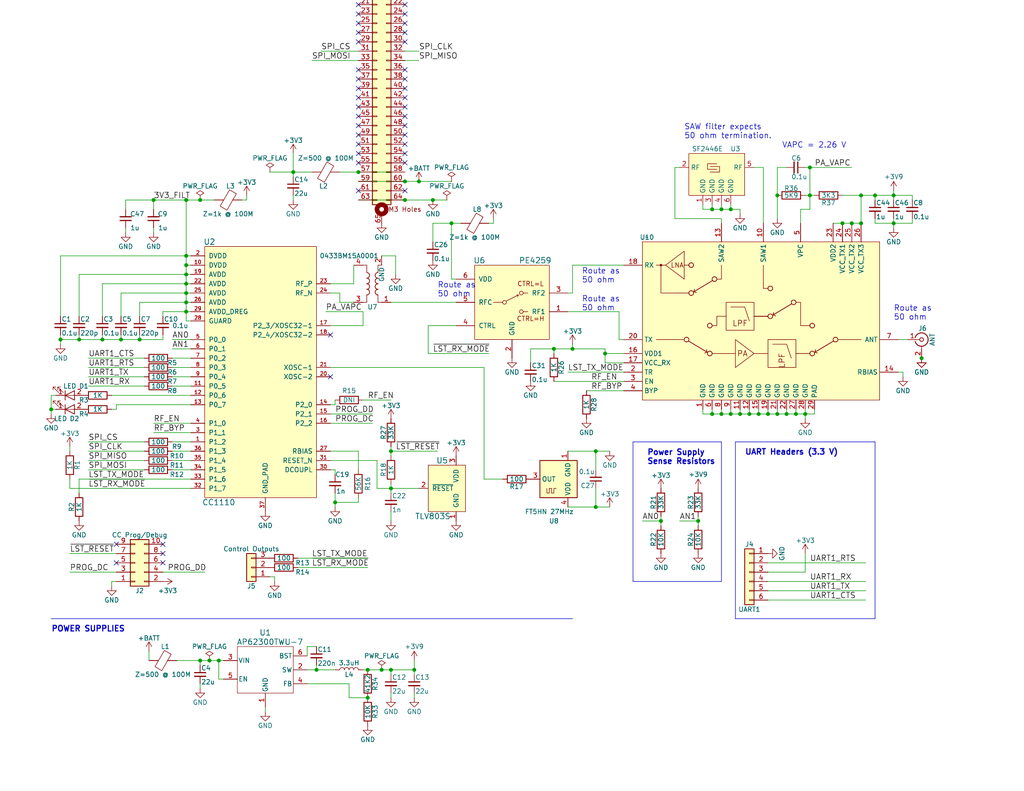
<source format=kicad_sch>
(kicad_sch (version 20230121) (generator eeschema)
  (paper "USLetter")
  (title_block (title "OpenLST Reference Design") (date "2018-08-02") (rev "2.1") (comment 1 "Drawn by Ryan Kingsbury") (comment 2 "License") (comment 3 "This work is licensed under a Creative Commons Attribution-ShareAlike 4.0 International") (comment 4 "Copyright 2018 Planet Labs Inc"))
  (junction (at 232.41 60.96))
  (junction (at 50.8 85.09))
  (junction (at 110.49 54.61))
  (junction (at 33.02 92.71))
  (junction (at 50.8 77.47))
  (junction (at 214.63 113.03))
  (junction (at 97.79 46.99))
  (junction (at 209.55 113.03))
  (junction (at 106.68 182.88))
  (junction (at 234.95 60.96))
  (junction (at 50.8 72.39))
  (junction (at 113.03 182.88))
  (junction (at 50.8 69.85))
  (junction (at 50.8 74.93))
  (junction (at 91.44 137.16))
  (junction (at 50.8 82.55))
  (junction (at 204.47 113.03))
  (junction (at 220.98 45.72))
  (junction (at 54.61 180.34))
  (junction (at 54.61 54.61))
  (junction (at 106.68 133.35))
  (junction (at 196.85 57.15))
  (junction (at 238.76 53.34))
  (junction (at 123.19 60.96))
  (junction (at 212.09 53.34))
  (junction (at 151.13 95.25))
  (junction (at 243.84 60.96))
  (junction (at 80.01 46.99))
  (junction (at 41.91 54.61))
  (junction (at 86.36 182.88))
  (junction (at 114.3 49.53))
  (junction (at 100.33 190.5))
  (junction (at 180.34 142.24))
  (junction (at 196.85 113.03))
  (junction (at 100.33 182.88))
  (junction (at 220.98 53.34))
  (junction (at 106.68 123.19))
  (junction (at 50.8 80.01))
  (junction (at 165.1 96.52))
  (junction (at 50.8 54.61))
  (junction (at 201.93 113.03))
  (junction (at 234.95 53.34))
  (junction (at 212.09 113.03))
  (junction (at 38.1 92.71))
  (junction (at 59.69 180.34))
  (junction (at 194.31 57.15))
  (junction (at 162.56 123.19))
  (junction (at 162.56 138.43))
  (junction (at 199.39 113.03))
  (junction (at 190.5 142.24))
  (junction (at 57.15 180.34))
  (junction (at 118.11 54.61))
  (junction (at 16.51 92.71))
  (junction (at 219.71 113.03))
  (junction (at 27.94 92.71))
  (junction (at 104.14 182.88))
  (junction (at 243.84 53.34))
  (junction (at 194.31 113.03))
  (junction (at 13.97 111.76))
  (junction (at 251.46 97.79))
  (junction (at 21.59 92.71))
  (junction (at 110.49 49.53))
  (junction (at 217.17 113.03))
  (junction (at 207.01 113.03))
  (junction (at 229.87 60.96))
  (junction (at 156.21 95.25))
  (junction (at 199.39 57.15))
  (no_connect (at 110.49 -21.59))
  (no_connect (at 97.79 -1.27))
  (no_connect (at 110.49 -1.27))
  (no_connect (at 97.79 -19.05))
  (no_connect (at 110.49 1.27))
  (no_connect (at 110.49 21.59))
  (no_connect (at 97.79 -24.13))
  (no_connect (at 97.79 11.43))
  (no_connect (at 110.49 3.81))
  (no_connect (at 97.79 26.67))
  (no_connect (at 97.79 -11.43))
  (no_connect (at 110.49 24.13))
  (no_connect (at 97.79 6.35))
  (no_connect (at 110.49 19.05))
  (no_connect (at 110.49 31.75))
  (no_connect (at 31.75 148.59))
  (no_connect (at 110.49 -13.97))
  (no_connect (at 97.79 39.37))
  (no_connect (at 110.49 44.45))
  (no_connect (at 97.79 -6.35))
  (no_connect (at 97.79 -13.97))
  (no_connect (at 97.79 29.21))
  (no_connect (at 90.17 91.44))
  (no_connect (at 97.79 36.83))
  (no_connect (at 110.49 41.91))
  (no_connect (at 44.45 153.67))
  (no_connect (at 44.45 151.13))
  (no_connect (at 97.79 41.91))
  (no_connect (at 97.79 34.29))
  (no_connect (at 97.79 8.89))
  (no_connect (at 110.49 26.67))
  (no_connect (at 97.79 52.07))
  (no_connect (at 110.49 -11.43))
  (no_connect (at 110.49 -6.35))
  (no_connect (at 97.79 -3.81))
  (no_connect (at 97.79 19.05))
  (no_connect (at 97.79 -16.51))
  (no_connect (at 110.49 -3.81))
  (no_connect (at 110.49 11.43))
  (no_connect (at 31.75 153.67))
  (no_connect (at 110.49 34.29))
  (no_connect (at 110.49 52.07))
  (no_connect (at 90.17 102.87))
  (no_connect (at 44.45 148.59))
  (no_connect (at 97.79 -21.59))
  (no_connect (at 97.79 44.45))
  (no_connect (at 110.49 6.35))
  (no_connect (at 110.49 29.21))
  (no_connect (at 110.49 -8.89))
  (no_connect (at 110.49 -16.51))
  (no_connect (at 97.79 -8.89))
  (no_connect (at 97.79 1.27))
  (no_connect (at 110.49 36.83))
  (no_connect (at 97.79 31.75))
  (no_connect (at 110.49 -24.13))
  (no_connect (at 97.79 3.81))
  (no_connect (at 97.79 24.13))
  (no_connect (at 110.49 -19.05))
  (no_connect (at 110.49 39.37))
  (no_connect (at 110.49 8.89))
  (no_connect (at 97.79 21.59))
  (wire (pts (xy 90.17 113.03) (xy 101.6 113.03)))
  (wire (pts (xy 110.49 16.51) (xy 114.3 16.51)))
  (wire (pts (xy 91.44 134.62) (xy 91.44 137.16)))
  (wire (pts (xy 220.98 53.34) (xy 222.25 53.34)))
  (polyline (pts (xy 200.66 120.65) (xy 200.66 168.91)))
  (wire (pts (xy 219.71 45.72) (xy 220.98 45.72)))
  (wire (pts (xy 104.14 182.88) (xy 106.68 182.88)))
  (wire (pts (xy 219.71 113.03) (xy 222.25 113.03)))
  (wire (pts (xy 162.56 123.19) (xy 162.56 128.27)))
  (wire (pts (xy 52.07 95.25) (xy 46.99 95.25)))
  (wire (pts (xy 39.37 128.27) (xy 24.13 128.27)))
  (wire (pts (xy 132.08 130.81) (xy 132.08 100.33)))
  (wire (pts (xy 196.85 59.69) (xy 196.85 60.96)))
  (wire (pts (xy 180.34 142.24) (xy 175.26 142.24)))
  (wire (pts (xy 39.37 125.73) (xy 24.13 125.73)))
  (wire (pts (xy 99.06 109.22) (xy 106.68 109.22)))
  (wire (pts (xy 99.06 88.9) (xy 99.06 85.09)))
  (wire (pts (xy 134.62 60.96) (xy 133.35 60.96)))
  (wire (pts (xy 31.75 151.13) (xy 19.05 151.13)))
  (wire (pts (xy 162.56 133.35) (xy 162.56 138.43)))
  (wire (pts (xy 107.95 74.93) (xy 107.95 69.85)))
  (wire (pts (xy 106.68 123.19) (xy 106.68 124.46)))
  (wire (pts (xy 54.61 180.34) (xy 57.15 180.34)))
  (wire (pts (xy 91.44 128.27) (xy 91.44 129.54)))
  (wire (pts (xy 199.39 57.15) (xy 201.93 57.15)))
  (wire (pts (xy 39.37 123.19) (xy 24.13 123.19)))
  (wire (pts (xy 15.24 107.95) (xy 13.97 107.95)))
  (wire (pts (xy 248.92 53.34) (xy 248.92 54.61)))
  (wire (pts (xy 34.29 54.61) (xy 41.91 54.61)))
  (wire (pts (xy 196.85 55.88) (xy 196.85 57.15)))
  (wire (pts (xy 238.76 60.96) (xy 243.84 60.96)))
  (wire (pts (xy 222.25 111.76) (xy 222.25 113.03)))
  (polyline (pts (xy 196.85 158.75) (xy 196.85 120.65)))
  (wire (pts (xy 81.28 154.94) (xy 100.33 154.94)))
  (wire (pts (xy 190.5 142.24) (xy 185.42 142.24)))
  (wire (pts (xy 123.19 60.96) (xy 123.19 76.2)))
  (wire (pts (xy 219.71 113.03) (xy 219.71 114.3)))
  (wire (pts (xy 238.76 59.69) (xy 238.76 60.96)))
  (wire (pts (xy 48.26 180.34) (xy 54.61 180.34)))
  (wire (pts (xy 113.03 190.5) (xy 113.03 189.23)))
  (wire (pts (xy 41.91 54.61) (xy 50.8 54.61)))
  (wire (pts (xy 243.84 53.34) (xy 243.84 54.61)))
  (wire (pts (xy 90.17 77.47) (xy 96.52 77.47)))
  (wire (pts (xy 80.01 46.99) (xy 85.09 46.99)))
  (wire (pts (xy 21.59 130.81) (xy 52.07 130.81)))
  (wire (pts (xy 154.94 80.01) (xy 156.21 80.01)))
  (wire (pts (xy 217.17 113.03) (xy 219.71 113.03)))
  (wire (pts (xy 217.17 111.76) (xy 217.17 113.03)))
  (wire (pts (xy 196.85 113.03) (xy 199.39 113.03)))
  (wire (pts (xy 87.63 13.97) (xy 97.79 13.97)))
  (wire (pts (xy 220.98 53.34) (xy 220.98 57.15)))
  (wire (pts (xy 194.31 57.15) (xy 194.31 55.88)))
  (polyline (pts (xy 200.66 168.91) (xy 238.76 168.91)))
  (wire (pts (xy 46.99 100.33) (xy 52.07 100.33)))
  (wire (pts (xy 46.99 120.65) (xy 52.07 120.65)))
  (wire (pts (xy 201.93 57.15) (xy 201.93 58.42)))
  (wire (pts (xy 168.91 85.09) (xy 168.91 92.71)))
  (wire (pts (xy 110.49 13.97) (xy 114.3 13.97)))
  (wire (pts (xy 86.36 181.61) (xy 86.36 182.88)))
  (wire (pts (xy 21.59 130.81) (xy 21.59 134.62)))
  (wire (pts (xy 90.17 125.73) (xy 102.87 125.73)))
  (wire (pts (xy 83.82 176.53) (xy 86.36 176.53)))
  (wire (pts (xy 40.64 177.8) (xy 40.64 180.34)))
  (wire (pts (xy 209.55 158.75) (xy 236.22 158.75)))
  (wire (pts (xy 207.01 111.76) (xy 207.01 113.03)))
  (wire (pts (xy 33.02 80.01) (xy 50.8 80.01)))
  (wire (pts (xy 41.91 62.23) (xy 41.91 63.5)))
  (wire (pts (xy 191.77 111.76) (xy 191.77 113.03)))
  (wire (pts (xy 46.99 125.73) (xy 52.07 125.73)))
  (wire (pts (xy 243.84 60.96) (xy 248.92 60.96)))
  (wire (pts (xy 106.68 133.35) (xy 106.68 134.62)))
  (wire (pts (xy 38.1 82.55) (xy 50.8 82.55)))
  (wire (pts (xy 99.06 182.88) (xy 100.33 182.88)))
  (wire (pts (xy 50.8 69.85) (xy 50.8 72.39)))
  (wire (pts (xy 154.94 123.19) (xy 162.56 123.19)))
  (wire (pts (xy 194.31 111.76) (xy 194.31 113.03)))
  (wire (pts (xy 13.97 111.76) (xy 13.97 113.03)))
  (wire (pts (xy 248.92 60.96) (xy 248.92 59.69)))
  (wire (pts (xy 16.51 69.85) (xy 50.8 69.85)))
  (wire (pts (xy 90.17 110.49) (xy 91.44 110.49)))
  (wire (pts (xy 232.41 60.96) (xy 234.95 60.96)))
  (polyline (pts (xy 196.85 120.65) (xy 172.72 120.65)))
  (wire (pts (xy 185.42 45.72) (xy 184.15 45.72)))
  (wire (pts (xy 52.07 118.11) (xy 41.91 118.11)))
  (wire (pts (xy 162.56 138.43) (xy 166.37 138.43)))
  (wire (pts (xy 50.8 74.93) (xy 50.8 77.47)))
  (wire (pts (xy 154.94 85.09) (xy 168.91 85.09)))
  (wire (pts (xy 46.99 102.87) (xy 52.07 102.87)))
  (wire (pts (xy 209.55 111.76) (xy 209.55 113.03)))
  (wire (pts (xy 243.84 59.69) (xy 243.84 60.96)))
  (wire (pts (xy 19.05 133.35) (xy 52.07 133.35)))
  (wire (pts (xy 162.56 123.19) (xy 166.37 123.19)))
  (wire (pts (xy 156.21 95.25) (xy 165.1 95.25)))
  (wire (pts (xy 97.79 123.19) (xy 97.79 128.27)))
  (wire (pts (xy 156.21 95.25) (xy 156.21 93.98)))
  (wire (pts (xy 50.8 85.09) (xy 50.8 87.63)))
  (wire (pts (xy 50.8 80.01) (xy 50.8 82.55)))
  (wire (pts (xy 46.99 123.19) (xy 52.07 123.19)))
  (wire (pts (xy 190.5 140.97) (xy 190.5 142.24)))
  (wire (pts (xy 95.25 190.5) (xy 100.33 190.5)))
  (wire (pts (xy 180.34 140.97) (xy 180.34 142.24)))
  (wire (pts (xy 80.01 41.91) (xy 80.01 46.99)))
  (wire (pts (xy 41.91 54.61) (xy 41.91 57.15)))
  (wire (pts (xy 15.24 111.76) (xy 13.97 111.76)))
  (wire (pts (xy 116.84 96.52) (xy 133.35 96.52)))
  (wire (pts (xy 54.61 181.61) (xy 54.61 180.34)))
  (wire (pts (xy 85.09 16.51) (xy 97.79 16.51)))
  (wire (pts (xy 100.33 182.88) (xy 104.14 182.88)))
  (wire (pts (xy 73.66 157.48) (xy 74.93 157.48)))
  (wire (pts (xy 39.37 120.65) (xy 24.13 120.65)))
  (polyline (pts (xy 238.76 168.91) (xy 238.76 120.65)))
  (wire (pts (xy 212.09 45.72) (xy 212.09 53.34)))
  (wire (pts (xy 124.46 88.9) (xy 116.84 88.9)))
  (wire (pts (xy 106.68 182.88) (xy 113.03 182.88)))
  (wire (pts (xy 199.39 55.88) (xy 199.39 57.15)))
  (wire (pts (xy 156.21 72.39) (xy 170.18 72.39)))
  (wire (pts (xy 123.19 76.2) (xy 124.46 76.2)))
  (wire (pts (xy 83.82 186.69) (xy 95.25 186.69)))
  (wire (pts (xy 243.84 60.96) (xy 243.84 62.23)))
  (wire (pts (xy 46.99 128.27) (xy 52.07 128.27)))
  (wire (pts (xy 180.34 142.24) (xy 180.34 143.51)))
  (wire (pts (xy 118.11 66.04) (xy 118.11 60.96)))
  (wire (pts (xy 209.55 113.03) (xy 212.09 113.03)))
  (wire (pts (xy 16.51 92.71) (xy 21.59 92.71)))
  (wire (pts (xy 50.8 72.39) (xy 52.07 72.39)))
  (wire (pts (xy 106.68 132.08) (xy 106.68 133.35)))
  (wire (pts (xy 60.96 185.42) (xy 59.69 185.42)))
  (wire (pts (xy 30.48 107.95) (xy 52.07 107.95)))
  (wire (pts (xy 96.52 77.47) (xy 96.52 72.39)))
  (wire (pts (xy 201.93 113.03) (xy 204.47 113.03)))
  (wire (pts (xy 191.77 113.03) (xy 194.31 113.03)))
  (wire (pts (xy 97.79 137.16) (xy 91.44 137.16)))
  (wire (pts (xy 52.07 115.57) (xy 41.91 115.57)))
  (wire (pts (xy 33.02 92.71) (xy 38.1 92.71)))
  (wire (pts (xy 165.1 95.25) (xy 165.1 96.52)))
  (wire (pts (xy 219.71 53.34) (xy 220.98 53.34)))
  (polyline (pts (xy 172.72 158.75) (xy 196.85 158.75)))
  (wire (pts (xy 21.59 92.71) (xy 27.94 92.71)))
  (wire (pts (xy 80.01 54.61) (xy 80.01 53.34)))
  (wire (pts (xy 86.36 182.88) (xy 83.82 182.88)))
  (wire (pts (xy 214.63 113.03) (xy 217.17 113.03)))
  (wire (pts (xy 16.51 91.44) (xy 16.51 92.71)))
  (wire (pts (xy 54.61 187.96) (xy 54.61 186.69)))
  (wire (pts (xy 97.79 46.99) (xy 110.49 46.99)))
  (wire (pts (xy 204.47 113.03) (xy 207.01 113.03)))
  (wire (pts (xy 83.82 179.07) (xy 83.82 176.53)))
  (wire (pts (xy 50.8 82.55) (xy 52.07 82.55)))
  (wire (pts (xy 19.05 156.21) (xy 31.75 156.21)))
  (wire (pts (xy 227.33 60.96) (xy 229.87 60.96)))
  (wire (pts (xy 106.68 184.15) (xy 106.68 182.88)))
  (wire (pts (xy 107.95 69.85) (xy 104.14 69.85)))
  (wire (pts (xy 34.29 63.5) (xy 34.29 62.23)))
  (wire (pts (xy 99.06 85.09) (xy 88.9 85.09)))
  (wire (pts (xy 50.8 87.63) (xy 52.07 87.63)))
  (wire (pts (xy 50.8 77.47) (xy 52.07 77.47)))
  (wire (pts (xy 113.03 182.88) (xy 113.03 180.34)))
  (wire (pts (xy 220.98 45.72) (xy 220.98 53.34)))
  (wire (pts (xy 39.37 105.41) (xy 24.13 105.41)))
  (wire (pts (xy 30.48 160.02) (xy 30.48 158.75)))
  (wire (pts (xy 205.74 45.72) (xy 208.28 45.72)))
  (wire (pts (xy 118.11 60.96) (xy 123.19 60.96)))
  (wire (pts (xy 21.59 74.93) (xy 50.8 74.93)))
  (polyline (pts (xy 238.76 120.65) (xy 200.66 120.65)))
  (wire (pts (xy 106.68 190.5) (xy 106.68 189.23)))
  (wire (pts (xy 50.8 54.61) (xy 50.8 69.85)))
  (wire (pts (xy 50.8 77.47) (xy 50.8 80.01)))
  (wire (pts (xy 27.94 86.36) (xy 27.94 77.47)))
  (wire (pts (xy 96.52 82.55) (xy 92.71 82.55)))
  (wire (pts (xy 165.1 96.52) (xy 170.18 96.52)))
  (wire (pts (xy 106.68 133.35) (xy 114.3 133.35)))
  (wire (pts (xy 90.17 123.19) (xy 97.79 123.19)))
  (wire (pts (xy 44.45 92.71) (xy 44.45 91.44)))
  (wire (pts (xy 238.76 54.61) (xy 238.76 53.34)))
  (wire (pts (xy 209.55 156.21) (xy 219.71 156.21)))
  (wire (pts (xy 16.51 86.36) (xy 16.51 69.85)))
  (wire (pts (xy 13.97 107.95) (xy 13.97 111.76)))
  (wire (pts (xy 118.11 54.61) (xy 121.92 54.61)))
  (wire (pts (xy 46.99 105.41) (xy 52.07 105.41)))
  (wire (pts (xy 207.01 113.03) (xy 209.55 113.03)))
  (wire (pts (xy 184.15 45.72) (xy 184.15 59.69)))
  (wire (pts (xy 106.68 123.19) (xy 119.38 123.19)))
  (wire (pts (xy 67.31 54.61) (xy 66.04 54.61)))
  (wire (pts (xy 27.94 92.71) (xy 27.94 91.44)))
  (wire (pts (xy 39.37 100.33) (xy 24.13 100.33)))
  (wire (pts (xy 160.02 106.68) (xy 170.18 106.68)))
  (wire (pts (xy 151.13 95.25) (xy 151.13 96.52)))
  (wire (pts (xy 19.05 121.92) (xy 19.05 123.19)))
  (wire (pts (xy 27.94 92.71) (xy 33.02 92.71)))
  (wire (pts (xy 220.98 45.72) (xy 232.41 45.72)))
  (wire (pts (xy 219.71 111.76) (xy 219.71 113.03)))
  (wire (pts (xy 134.62 59.69) (xy 134.62 60.96)))
  (wire (pts (xy 191.77 55.88) (xy 191.77 57.15)))
  (wire (pts (xy 190.5 142.24) (xy 190.5 143.51)))
  (wire (pts (xy 243.84 52.07) (xy 243.84 53.34)))
  (wire (pts (xy 219.71 156.21) (xy 219.71 151.13)))
  (wire (pts (xy 81.28 152.4) (xy 100.33 152.4)))
  (wire (pts (xy 16.51 92.71) (xy 16.51 93.98)))
  (wire (pts (xy 229.87 53.34) (xy 234.95 53.34)))
  (wire (pts (xy 91.44 110.49) (xy 91.44 109.22)))
  (wire (pts (xy 246.38 101.6) (xy 246.38 102.87)))
  (wire (pts (xy 44.45 85.09) (xy 44.45 86.36)))
  (wire (pts (xy 57.15 180.34) (xy 59.69 180.34)))
  (wire (pts (xy 21.59 86.36) (xy 21.59 74.93)))
  (wire (pts (xy 91.44 137.16) (xy 91.44 138.43)))
  (wire (pts (xy 86.36 182.88) (xy 91.44 182.88)))
  (wire (pts (xy 106.68 139.7) (xy 106.68 142.24)))
  (wire (pts (xy 116.84 88.9) (xy 116.84 96.52)))
  (wire (pts (xy 33.02 92.71) (xy 33.02 91.44)))
  (wire (pts (xy 90.17 128.27) (xy 91.44 128.27)))
  (wire (pts (xy 165.1 99.06) (xy 170.18 99.06)))
  (wire (pts (xy 214.63 111.76) (xy 214.63 113.03)))
  (wire (pts (xy 165.1 96.52) (xy 165.1 99.06)))
  (wire (pts (xy 212.09 111.76) (xy 212.09 113.03)))
  (wire (pts (xy 245.11 92.71) (xy 247.65 92.71)))
  (wire (pts (xy 243.84 53.34) (xy 248.92 53.34)))
  (wire (pts (xy 209.55 161.29) (xy 236.22 161.29)))
  (wire (pts (xy 74.93 157.48) (xy 74.93 158.75)))
  (wire (pts (xy 201.93 111.76) (xy 201.93 113.03)))
  (wire (pts (xy 44.45 85.09) (xy 50.8 85.09)))
  (wire (pts (xy 90.17 88.9) (xy 99.06 88.9)))
  (wire (pts (xy 38.1 92.71) (xy 44.45 92.71)))
  (wire (pts (xy 123.19 60.96) (xy 125.73 60.96)))
  (wire (pts (xy 34.29 57.15) (xy 34.29 54.61)))
  (wire (pts (xy 212.09 113.03) (xy 214.63 113.03)))
  (wire (pts (xy 212.09 53.34) (xy 212.09 59.69)))
  (wire (pts (xy 39.37 102.87) (xy 24.13 102.87)))
  (wire (pts (xy 110.49 49.53) (xy 114.3 49.53)))
  (wire (pts (xy 144.78 95.25) (xy 151.13 95.25)))
  (wire (pts (xy 170.18 101.6) (xy 154.94 101.6)))
  (wire (pts (xy 209.55 163.83) (xy 236.22 163.83)))
  (wire (pts (xy 73.66 46.99) (xy 80.01 46.99)))
  (wire (pts (xy 238.76 53.34) (xy 243.84 53.34)))
  (wire (pts (xy 156.21 80.01) (xy 156.21 72.39)))
  (wire (pts (xy 245.11 101.6) (xy 246.38 101.6)))
  (wire (pts (xy 234.95 60.96) (xy 234.95 53.34)))
  (wire (pts (xy 90.17 100.33) (xy 132.08 100.33)))
  (wire (pts (xy 106.68 121.92) (xy 106.68 123.19)))
  (wire (pts (xy 21.59 92.71) (xy 21.59 91.44)))
  (wire (pts (xy 214.63 45.72) (xy 212.09 45.72)))
  (wire (pts (xy 31.75 110.49) (xy 52.07 110.49)))
  (wire (pts (xy 154.94 138.43) (xy 162.56 138.43)))
  (wire (pts (xy 151.13 95.25) (xy 156.21 95.25)))
  (wire (pts (xy 46.99 97.79) (xy 52.07 97.79)))
  (wire (pts (xy 52.07 92.71) (xy 46.99 92.71)))
  (wire (pts (xy 59.69 180.34) (xy 60.96 180.34)))
  (wire (pts (xy 38.1 92.71) (xy 38.1 91.44)))
  (wire (pts (xy 199.39 113.03) (xy 201.93 113.03)))
  (wire (pts (xy 92.71 80.01) (xy 90.17 80.01)))
  (wire (pts (xy 196.85 57.15) (xy 199.39 57.15)))
  (wire (pts (xy 27.94 77.47) (xy 50.8 77.47)))
  (wire (pts (xy 92.71 82.55) (xy 92.71 80.01)))
  (wire (pts (xy 97.79 49.53) (xy 110.49 49.53)))
  (wire (pts (xy 50.8 85.09) (xy 52.07 85.09)))
  (wire (pts (xy 194.31 113.03) (xy 196.85 113.03)))
  (wire (pts (xy 184.15 59.69) (xy 196.85 59.69)))
  (wire (pts (xy 196.85 111.76) (xy 196.85 113.03)))
  (wire (pts (xy 33.02 86.36) (xy 33.02 80.01)))
  (polyline (pts (xy 13.97 168.91) (xy 156.21 168.91)))
  (wire (pts (xy 44.45 156.21) (xy 55.88 156.21)))
  (wire (pts (xy 30.48 111.76) (xy 31.75 111.76)))
  (wire (pts (xy 80.01 46.99) (xy 80.01 48.26)))
  (wire (pts (xy 204.47 111.76) (xy 204.47 113.03)))
  (wire (pts (xy 50.8 82.55) (xy 50.8 85.09)))
  (wire (pts (xy 218.44 57.15) (xy 218.44 60.96)))
  (wire (pts (xy 54.61 54.61) (xy 58.42 54.61)))
  (wire (pts (xy 229.87 60.96) (xy 232.41 60.96)))
  (wire (pts (xy 102.87 125.73) (xy 102.87 133.35)))
  (wire (pts (xy 50.8 72.39) (xy 50.8 74.93)))
  (wire (pts (xy 67.31 53.34) (xy 67.31 54.61)))
  (wire (pts (xy 97.79 135.89) (xy 97.79 137.16)))
  (wire (pts (xy 208.28 45.72) (xy 208.28 60.96)))
  (wire (pts (xy 31.75 111.76) (xy 31.75 110.49)))
  (wire (pts (xy 114.3 49.53) (xy 123.19 49.53)))
  (wire (pts (xy 209.55 153.67) (xy 236.22 153.67)))
  (wire (pts (xy 30.48 158.75) (xy 31.75 158.75)))
  (wire (pts (xy 168.91 92.71) (xy 170.18 92.71)))
  (polyline (pts (xy 172.72 120.65) (xy 172.72 158.75)))
  (wire (pts (xy 38.1 86.36) (xy 38.1 82.55)))
  (wire (pts (xy 199.39 111.76) (xy 199.39 113.03)))
  (wire (pts (xy 102.87 133.35) (xy 106.68 133.35)))
  (wire (pts (xy 50.8 69.85) (xy 52.07 69.85)))
  (wire (pts (xy 191.77 57.15) (xy 194.31 57.15)))
  (wire (pts (xy 50.8 80.01) (xy 52.07 80.01)))
  (wire (pts (xy 72.39 193.04) (xy 72.39 194.31)))
  (wire (pts (xy 194.31 57.15) (xy 196.85 57.15)))
  (wire (pts (xy 151.13 104.14) (xy 170.18 104.14)))
  (wire (pts (xy 50.8 54.61) (xy 54.61 54.61)))
  (wire (pts (xy 97.79 54.61) (xy 110.49 54.61)))
  (wire (pts (xy 137.16 130.81) (xy 132.08 130.81)))
  (wire (pts (xy 90.17 115.57) (xy 101.6 115.57)))
  (wire (pts (xy 220.98 57.15) (xy 218.44 57.15)))
  (wire (pts (xy 50.8 74.93) (xy 52.07 74.93)))
  (wire (pts (xy 39.37 97.79) (xy 24.13 97.79)))
  (wire (pts (xy 19.05 130.81) (xy 19.05 133.35)))
  (wire (pts (xy 95.25 190.5) (xy 95.25 186.69)))
  (wire (pts (xy 110.49 54.61) (xy 118.11 54.61)))
  (wire (pts (xy 144.78 95.25) (xy 144.78 99.06)))
  (wire (pts (xy 106.68 82.55) (xy 124.46 82.55)))
  (wire (pts (xy 234.95 53.34) (xy 238.76 53.34)))
  (wire (pts (xy 92.71 46.99) (xy 97.79 46.99)))
  (wire (pts (xy 113.03 184.15) (xy 113.03 182.88)))
  (wire (pts (xy 59.69 185.42) (xy 59.69 180.34)))
  (text "UART Headers (3.3 V)" (at 203.2 124.46 0) (effects (font (size 1.524 1.524) (thickness 0.3048) bold) (justify left bottom)))
  (text "Route as\n50 ohm" (at 158.75 77.47 0) (effects (font (size 1.524 1.524)) (justify left bottom)))
  (text "Route as\n50 ohm" (at 119.38 81.28 0) (effects (font (size 1.524 1.524)) (justify left bottom)))
  (text "Power Supply\nSense Resistors" (at 176.53 127 0) (effects (font (size 1.524 1.524) (thickness 0.3048) bold) (justify left bottom)))
  (text "POWER SUPPLIES" (at 13.97 172.72 0) (effects (font (size 1.524 1.524) (thickness 0.3048) bold) (justify left bottom)))
  (text "Route as\n50 ohm" (at 158.75 85.09 0) (effects (font (size 1.524 1.524)) (justify left bottom)))
  (text "VAPC = 2.26 V" (at 213.36 40.64 0) (effects (font (size 1.524 1.524)) (justify left bottom)))
  (text "Route as\n50 ohm" (at 243.84 87.63 0) (effects (font (size 1.524 1.524)) (justify left bottom)))
  (text "SAW filter expects\n50 ohm termination." (at 186.69 38.1 0) (effects (font (size 1.524 1.524)) (justify left bottom)))
  (label "SPI_CLK" (at 24.13 123.19 0) (effects (font (size 1.524 1.524))))
  (label "~{LST_RX_MODE}" (at 85.09 154.94 0) (effects (font (size 1.524 1.524))))
  (label "UART1_RTS" (at 24.13 100.33 0) (effects (font (size 1.524 1.524))))
  (label "RF_EN" (at 41.91 115.57 0) (effects (font (size 1.524 1.524))))
  (label "LST_TX_MODE" (at 24.13 130.81 0) (effects (font (size 1.524 1.524))))
  (label "~{LST_RESET}" (at 19.05 151.13 0) (effects (font (size 1.524 1.524))))
  (label "RF_BYP" (at 161.29 106.68 0) (effects (font (size 1.524 1.524))))
  (label "AN1" (at 46.99 95.25 0) (effects (font (size 1.524 1.524))))
  (label "PROG_DC" (at 91.44 115.57 0) (effects (font (size 1.524 1.524))))
  (label "SPI_MISO" (at 114.3 16.51 0) (effects (font (size 1.524 1.524))))
  (label "SPI_CLK" (at 114.3 13.97 0) (effects (font (size 1.524 1.524))))
  (label "RF_EN" (at 161.29 104.14 0) (effects (font (size 1.524 1.524))))
  (label "SPI_MOSI" (at 85.09 16.51 0) (effects (font (size 1.524 1.524))))
  (label "UART1_RX" (at 220.98 158.75 0) (effects (font (size 1.524 1.524))))
  (label "SPI_CS" (at 24.13 120.65 0) (effects (font (size 1.524 1.524))))
  (label "UART1_TX" (at 24.13 102.87 0) (effects (font (size 1.524 1.524))))
  (label "UART1_RTS" (at 220.98 153.67 0) (effects (font (size 1.524 1.524))))
  (label "LST_TX_MODE" (at 85.09 152.4 0) (effects (font (size 1.524 1.524))))
  (label "SPI_MOSI" (at 24.13 128.27 0) (effects (font (size 1.524 1.524))))
  (label "~{LST_RX_MODE}" (at 24.13 133.35 0) (effects (font (size 1.524 1.524))))
  (label "~{LST_RESET}" (at 107.95 123.19 0) (effects (font (size 1.524 1.524))))
  (label "LST_TX_MODE" (at 154.94 101.6 0) (effects (font (size 1.524 1.524))))
  (label "UART1_CTS" (at 220.98 163.83 0) (effects (font (size 1.524 1.524))))
  (label "RF_BYP" (at 41.91 118.11 0) (effects (font (size 1.524 1.524))))
  (label "UART1_CTS" (at 24.13 97.79 0) (effects (font (size 1.524 1.524))))
  (label "SPI_CS" (at 87.63 13.97 0) (effects (font (size 1.524 1.524))))
  (label "PROG_DD" (at 91.44 113.03 0) (effects (font (size 1.524 1.524))))
  (label "PA_VAPC" (at 88.9 85.09 0) (effects (font (size 1.524 1.524))))
  (label "SPI_MISO" (at 24.13 125.73 0) (effects (font (size 1.524 1.524))))
  (label "RF_EN" (at 100.33 109.22 0) (effects (font (size 1.524 1.524))))
  (label "3V3_FILT" (at 41.91 54.61 0) (effects (font (size 1.524 1.524))))
  (label "PROG_DC" (at 19.05 156.21 0) (effects (font (size 1.524 1.524))))
  (label "UART1_TX" (at 220.98 161.29 0) (effects (font (size 1.524 1.524))))
  (label "UART1_RX" (at 24.13 105.41 0) (effects (font (size 1.524 1.524))))
  (label "PA_VAPC" (at 222.25 45.72 0) (effects (font (size 1.524 1.524))))
  (label "PROG_DD" (at 45.72 156.21 0) (effects (font (size 1.524 1.524))))
  (label "AN0" (at 46.99 92.71 0) (effects (font (size 1.524 1.524))))
  (label "~{LST_RX_MODE}" (at 118.11 96.52 0) (effects (font (size 1.524 1.524))))
  (label "AN1" (at 185.42 142.24 0) (effects (font (size 1.524 1.524))))
  (label "AN0" (at 175.26 142.24 0) (effects (font (size 1.524 1.524))))
  (symbol (lib_id "openlst-hw:GND") (at 251.46 97.79 0) (unit 1)
    (property "Reference" "#PWR01" (effects hide))
    (property "Value" "GND" (at 251.46 101.6 0))
  )
  (symbol (lib_id "openlst-hw:GND") (at 139.7 97.79 0) (unit 1)
    (property "Reference" "#PWR03" (effects hide))
    (property "Value" "GND" (at 139.7 101.6 0))
  )
  (symbol (lib_id "openlst-hw:CC1110") (at 72.39 102.87 0) (unit 1)
    (property "Reference" "U2" (at 57.15 66.04 0) (effects (font (size 1.524 1.524))))
    (property "Value" "CC1110" (at 59.69 137.16 0) (effects (font (size 1.524 1.524))))
    (property "Footprint" "openlst:TI_CC_QFN36" (effects hide))
    (property "Datasheet" "http://www.ti.com/lit/ds/symlink/cc1110-cc1111.pdf" (effects hide))
    (property "Manuf" "Texas Instruments" (effects hide))
    (property "ManufPN" "CC1110F32RHHR" (effects hide))
    (property "Supplier" "Digikey" (effects hide))
    (property "SupplierPN" "296-38560-1-ND" (effects hide))
  )
  (symbol (lib_id "openlst-hw:TLV803S") (at 124.46 133.35 0) (mirror y) (unit 1)
    (property "Reference" "U5" (at 120.65 125.73 0) (effects (font (size 1.524 1.524))))
    (property "Value" "TLV803S" (at 118.11 140.97 0) (effects (font (size 1.524 1.524))))
    (property "Footprint" "archive:SOT-23" (effects hide))
    (property "Datasheet" "http://www.ti.com/lit/ds/symlink/tlv803.pdf" (effects hide))
    (property "Manuf" "Texas Instruments" (effects hide))
    (property "ManufPN" "TLV803SDBZR" (effects hide))
    (property "Supplier" "Digikey" (effects hide))
    (property "SupplierPN" "296-29196-1-ND" (effects hide))
  )
  (symbol (lib_id "openlst-hw:Conn_Coaxial") (at 251.46 92.71 0) (unit 1)
    (property "Reference" "J6" (at 251.714 89.662 0))
    (property "Value" "ANT" (at 254.381 92.71 90))
    (property "Footprint" "Connector_Coaxial:SMA_Molex_73251-1153_EdgeMount_Horizontal" (effects hide))
    (property "Datasheet" "https://www.molex.com/pdm_docs/sd/732511150_sd.pdf" (effects hide))
    (property "Manuf" "Molex" (effects hide))
    (property "ManufPN" "732511150" (effects hide))
    (property "Supplier" "Digikey" (effects hide))
    (property "SupplierPN" "WM5534-ND" (effects hide))
  )
  (symbol (lib_id "openlst-hw:GND") (at 251.46 97.79 0) (unit 1)
    (property "Reference" "#PWR05" (effects hide))
    (property "Value" "GND" (at 251.46 101.6 0))
  )
  (symbol (lib_id "openlst-hw:C_Small") (at 238.76 57.15 0) (unit 1)
    (property "Reference" "C44" (at 239.014 55.372 0) (effects (justify left)))
    (property "Value" "1u" (at 239.014 59.182 0) (effects (justify left)))
    (property "Footprint" "Capacitor_SMD:C_0603_1608Metric" (effects hide))
    (property "Datasheet" "http://www.samsungsem.com/kr/support/product-search/mlcc/CL10B105MO8NNWC.jsp" (effects hide))
    (property "Manuf" "Samsung" (effects hide))
    (property "ManufPN" "CL10B105MO8NNWC" (effects hide))
    (property "Supplier" "Digikey" (effects hide))
    (property "SupplierPN" "1276-6524-6-ND" (effects hide))
  )
  (symbol (lib_id "openlst-hw:GND") (at 219.71 114.3 0) (unit 1)
    (property "Reference" "#PWR06" (effects hide))
    (property "Value" "GND" (at 219.71 118.11 0))
  )
  (symbol (lib_id "openlst-hw:GND") (at 124.46 142.24 0) (unit 1)
    (property "Reference" "#PWR027" (effects hide))
    (property "Value" "GND" (at 124.46 146.05 0))
  )
  (symbol (lib_id "openlst-hw:C_Small") (at 106.68 137.16 0) (unit 1)
    (property "Reference" "C22" (at 106.934 135.382 0) (effects (justify left)))
    (property "Value" "1n" (at 106.934 139.192 0) (effects (justify left)))
    (property "Footprint" "Capacitor_SMD:C_0603_1608Metric" (effects hide))
    (property "Datasheet" "https://www.murata.com/~/media/webrenewal/support/library/catalog/products/capacitor/mlcc/c03e.ashx" (effects hide))
    (property "Manuf" "Murata" (effects hide))
    (property "ManufPN" "GCM188R71E102KA37D" (effects hide))
    (property "Supplier" "Digikey" (effects hide))
    (property "SupplierPN" "490-8016-1-ND" (effects hide))
  )
  (symbol (lib_id "openlst-hw:R") (at 106.68 128.27 180) (unit 1)
    (property "Reference" "R18" (at 104.648 128.27 90))
    (property "Value" "1K" (at 106.68 128.27 90))
    (property "Footprint" "Resistor_SMD:R_0603_1608Metric" (effects hide))
    (property "Datasheet" "http://www.yageo.com/documents/recent/PYu-RC_Group_51_RoHS_L_9.pdf" (effects hide))
    (property "Manuf" "Yageo" (effects hide))
    (property "ManufPN" "RC0603JR-071KL" (effects hide))
    (property "Supplier" "Digikey" (effects hide))
    (property "SupplierPN" "311-1.0KGRCT-ND" (effects hide))
  )
  (symbol (lib_id "openlst-hw:GND") (at 106.68 142.24 0) (unit 1)
    (property "Reference" "#PWR026" (effects hide))
    (property "Value" "GND" (at 106.68 146.05 0))
  )
  (symbol (lib_id "openlst-hw:C_Small") (at 91.44 132.08 0) (unit 1)
    (property "Reference" "C19" (at 91.44 129.54 0) (effects (justify left)))
    (property "Value" "1n" (at 91.694 134.112 0) (effects (justify left)))
    (property "Footprint" "Capacitor_SMD:C_0603_1608Metric" (effects hide))
    (property "Datasheet" "https://www.murata.com/~/media/webrenewal/support/library/catalog/products/capacitor/mlcc/c03e.ashx" (effects hide))
    (property "Manuf" "Murata" (effects hide))
    (property "ManufPN" "GCM188R71E102KA37D" (effects hide))
    (property "Supplier" "Digikey" (effects hide))
    (property "SupplierPN" "490-8016-1-ND" (effects hide))
  )
  (symbol (lib_id "openlst-hw:R") (at 97.79 132.08 180) (unit 1)
    (property "Reference" "R16" (at 100.33 132.08 90))
    (property "Value" "56K" (at 97.79 132.08 90))
    (property "Footprint" "Resistor_SMD:R_0603_1608Metric" (effects hide))
    (property "Datasheet" "https://www.seielect.com/Catalog/SEI-RMCF_RMCP.pdf" (effects hide))
    (property "Manuf" "Stackpole" (effects hide))
    (property "ManufPN" "RMCF0603FT56K0" (effects hide))
    (property "Supplier" "Digikey" (effects hide))
    (property "SupplierPN" "RMCF0603FT56K0CT-ND" (effects hide))
  )
  (symbol (lib_id "openlst-hw:GND") (at 91.44 138.43 0) (unit 1)
    (property "Reference" "#PWR025" (effects hide))
    (property "Value" "GND" (at 91.44 142.24 0))
  )
  (symbol (lib_id "openlst-hw:GND") (at 72.39 139.7 0) (unit 1)
    (property "Reference" "#PWR09" (effects hide))
    (property "Value" "GND" (at 72.39 143.51 0))
  )
  (symbol (lib_id "openlst-hw:C_Small") (at 243.84 57.15 0) (unit 1)
    (property "Reference" "C46" (at 244.094 55.372 0) (effects (justify left)))
    (property "Value" "1u" (at 244.094 59.182 0) (effects (justify left)))
    (property "Footprint" "Capacitor_SMD:C_0603_1608Metric" (effects hide))
    (property "Datasheet" "http://www.samsungsem.com/kr/support/product-search/mlcc/CL10B105MO8NNWC.jsp" (effects hide))
    (property "Manuf" "Samsung" (effects hide))
    (property "ManufPN" "CL10B105MO8NNWC" (effects hide))
    (property "Supplier" "Digikey" (effects hide))
    (property "SupplierPN" "1276-6524-6-ND" (effects hide))
  )
  (symbol (lib_id "openlst-hw:R") (at 226.06 53.34 270) (unit 1)
    (property "Reference" "R37" (at 226.06 55.372 90))
    (property "Value" "3K3" (at 226.06 53.34 90))
    (property "Footprint" "Resistor_SMD:R_0603_1608Metric" (effects hide))
    (property "Datasheet" "https://www.seielect.com/Catalog/SEI-RMCF_RMCP.pdf" (effects hide))
    (property "Manuf" "Stackpole" (effects hide))
    (property "ManufPN" "RMCF0603FT3K30" (effects hide))
    (property "Supplier" "Digikey" (effects hide))
    (property "SupplierPN" "RMCF0603FT3K30CT-ND" (effects hide))
  )
  (symbol (lib_id "openlst-hw:R") (at 215.9 53.34 270) (unit 1)
    (property "Reference" "R36" (at 215.9 51.435 90))
    (property "Value" "5K9" (at 215.9 53.34 90))
    (property "Footprint" "Resistor_SMD:R_0603_1608Metric" (effects hide))
    (property "Datasheet" "https://www.seielect.com/Catalog/SEI-RMCF_RMCP.pdf" (effects hide))
    (property "Manuf" "Stackpole" (effects hide))
    (property "ManufPN" "RMCF0603FT5K60" (effects hide))
    (property "Supplier" "Digikey" (effects hide))
    (property "SupplierPN" "RMCF0603FT5K60CT-ND" (effects hide))
  )
  (symbol (lib_id "openlst-hw:GND") (at 212.09 59.69 0) (unit 1)
    (property "Reference" "#PWR024" (effects hide))
    (property "Value" "GND" (at 212.09 63.5 0))
  )
  (symbol (lib_id "openlst-hw:PE4259") (at 139.7 82.55 0) (unit 1)
    (property "Reference" "U6" (at 130.81 71.12 0) (effects (font (size 1.524 1.524))))
    (property "Value" "PE4259" (at 146.05 71.12 0) (effects (font (size 1.524 1.524))))
    (property "Footprint" "archive:SOT-363_SC-70-6" (effects hide))
    (property "Datasheet" "http://www.psemi.com/pdf/datasheets/pe4259ds.pdf" (effects hide))
    (property "Manuf" "pSemi" (effects hide))
    (property "ManufPN" "4259-63" (effects hide))
    (property "Supplier" "Digikey" (effects hide))
    (property "SupplierPN" "1046-1011-1-ND" (effects hide))
  )
  (symbol (lib_id "openlst-hw:C_Small") (at 118.11 68.58 0) (unit 1)
    (property "Reference" "C26" (at 118.364 66.802 0) (effects (justify left)))
    (property "Value" "0.1u" (at 118.364 70.612 0) (effects (justify left)))
    (property "Footprint" "Capacitor_SMD:C_0603_1608Metric" (effects hide))
    (property "Datasheet" "http://datasheets.avx.com/AutoMLCC.pdf" (effects hide))
    (property "Manuf" "AVX" (effects hide))
    (property "ManufPN" "0603YC104K4T4A" (effects hide))
    (property "Supplier" "Digikey" (effects hide))
    (property "SupplierPN" "478-9382-1-ND" (effects hide))
  )
  (symbol (lib_id "openlst-hw:Conn_02x05_Odd_Even") (at 36.83 153.67 0) (mirror x) (unit 1)
    (property "Reference" "J2" (at 38.1 161.29 0))
    (property "Value" "CC Prog/Debug" (at 38.1 146.05 0))
    (property "Footprint" "Connector_PinHeader_1.27mm:PinHeader_2x05_P1.27mm_Vertical_SMD" (effects hide))
    (property "Datasheet" "http://suddendocs.samtec.com/prints/ftsh-1xx-xx-xxx-dv-xxx-xxx-mkt.pdf" (effects hide))
    (property "Manuf" "Samtec" (effects hide))
    (property "ManufPN" "FTSH-105-01-L-DV-K-P" (effects hide))
    (property "Supplier" "Digikey" (effects hide))
    (property "SupplierPN" "SAM9076-ND" (effects hide))
  )
  (symbol (lib_id "openlst-hw:R") (at 43.18 97.79 270) (unit 1)
    (property "Reference" "R5" (at 46.99 99.06 90))
    (property "Value" "100" (at 43.18 97.79 90))
    (property "Footprint" "Resistor_SMD:R_0603_1608Metric" (effects hide))
    (property "Datasheet" "http://www.yageo.com/NewPortal/yageodocoutput?fileName=/pdf/R-Chip/PYu-AC_51_RoHS_L_6.pdf" (effects hide))
    (property "Manuf" "Yageo" (effects hide))
    (property "ManufPN" "AC0603FR-07100RL" (effects hide))
    (property "Supplier" "Digikey" (effects hide))
    (property "SupplierPN" "YAG3561CT-ND" (effects hide))
  )
  (symbol (lib_id "openlst-hw:R") (at 43.18 100.33 270) (unit 1)
    (property "Reference" "R6" (at 46.99 101.6 90))
    (property "Value" "100" (at 43.18 100.33 90))
    (property "Footprint" "Resistor_SMD:R_0603_1608Metric" (effects hide))
    (property "Datasheet" "http://www.yageo.com/NewPortal/yageodocoutput?fileName=/pdf/R-Chip/PYu-AC_51_RoHS_L_6.pdf" (effects hide))
    (property "Manuf" "Yageo" (effects hide))
    (property "ManufPN" "AC0603FR-07100RL" (effects hide))
    (property "Supplier" "Digikey" (effects hide))
    (property "SupplierPN" "YAG3561CT-ND" (effects hide))
  )
  (symbol (lib_id "openlst-hw:R") (at 43.18 102.87 270) (unit 1)
    (property "Reference" "R7" (at 46.99 104.14 90))
    (property "Value" "100" (at 43.18 102.87 90))
    (property "Footprint" "Resistor_SMD:R_0603_1608Metric" (effects hide))
    (property "Datasheet" "http://www.yageo.com/NewPortal/yageodocoutput?fileName=/pdf/R-Chip/PYu-AC_51_RoHS_L_6.pdf" (effects hide))
    (property "Manuf" "Yageo" (effects hide))
    (property "ManufPN" "AC0603FR-07100RL" (effects hide))
    (property "Supplier" "Digikey" (effects hide))
    (property "SupplierPN" "YAG3561CT-ND" (effects hide))
  )
  (symbol (lib_id "openlst-hw:R") (at 43.18 105.41 270) (unit 1)
    (property "Reference" "R8" (at 46.99 106.68 90))
    (property "Value" "100" (at 43.18 105.41 90))
    (property "Footprint" "Resistor_SMD:R_0603_1608Metric" (effects hide))
    (property "Datasheet" "http://www.yageo.com/NewPortal/yageodocoutput?fileName=/pdf/R-Chip/PYu-AC_51_RoHS_L_6.pdf" (effects hide))
    (property "Manuf" "Yageo" (effects hide))
    (property "ManufPN" "AC0603FR-07100RL" (effects hide))
    (property "Supplier" "Digikey" (effects hide))
    (property "SupplierPN" "YAG3561CT-ND" (effects hide))
  )
  (symbol (lib_id "openlst-hw:R") (at 43.18 120.65 270) (unit 1)
    (property "Reference" "R9" (at 48.26 121.92 90))
    (property "Value" "100" (at 43.18 120.65 90))
    (property "Footprint" "Resistor_SMD:R_0603_1608Metric" (effects hide))
    (property "Datasheet" "http://www.yageo.com/NewPortal/yageodocoutput?fileName=/pdf/R-Chip/PYu-AC_51_RoHS_L_6.pdf" (effects hide))
    (property "Manuf" "Yageo" (effects hide))
    (property "ManufPN" "AC0603FR-07100RL" (effects hide))
    (property "Supplier" "Digikey" (effects hide))
    (property "SupplierPN" "YAG3561CT-ND" (effects hide))
  )
  (symbol (lib_id "openlst-hw:R") (at 43.18 123.19 270) (unit 1)
    (property "Reference" "R10" (at 48.26 124.46 90))
    (property "Value" "100" (at 43.18 123.19 90))
    (property "Footprint" "Resistor_SMD:R_0603_1608Metric" (effects hide))
    (property "Datasheet" "http://www.yageo.com/NewPortal/yageodocoutput?fileName=/pdf/R-Chip/PYu-AC_51_RoHS_L_6.pdf" (effects hide))
    (property "Manuf" "Yageo" (effects hide))
    (property "ManufPN" "AC0603FR-07100RL" (effects hide))
    (property "Supplier" "Digikey" (effects hide))
    (property "SupplierPN" "YAG3561CT-ND" (effects hide))
  )
  (symbol (lib_id "openlst-hw:R") (at 43.18 125.73 270) (unit 1)
    (property "Reference" "R11" (at 48.26 127 90))
    (property "Value" "100" (at 43.18 125.73 90))
    (property "Footprint" "Resistor_SMD:R_0603_1608Metric" (effects hide))
    (property "Datasheet" "http://www.yageo.com/NewPortal/yageodocoutput?fileName=/pdf/R-Chip/PYu-AC_51_RoHS_L_6.pdf" (effects hide))
    (property "Manuf" "Yageo" (effects hide))
    (property "ManufPN" "AC0603FR-07100RL" (effects hide))
    (property "Supplier" "Digikey" (effects hide))
    (property "SupplierPN" "YAG3561CT-ND" (effects hide))
  )
  (symbol (lib_id "openlst-hw:R") (at 43.18 128.27 270) (unit 1)
    (property "Reference" "R12" (at 48.26 129.54 90))
    (property "Value" "100" (at 43.18 128.27 90))
    (property "Footprint" "Resistor_SMD:R_0603_1608Metric" (effects hide))
    (property "Datasheet" "http://www.yageo.com/NewPortal/yageodocoutput?fileName=/pdf/R-Chip/PYu-AC_51_RoHS_L_6.pdf" (effects hide))
    (property "Manuf" "Yageo" (effects hide))
    (property "ManufPN" "AC0603FR-07100RL" (effects hide))
    (property "Supplier" "Digikey" (effects hide))
    (property "SupplierPN" "YAG3561CT-ND" (effects hide))
  )
  (symbol (lib_id "openlst-hw:+3.3V") (at 67.31 53.34 0) (unit 1)
    (property "Reference" "#PWR042" (effects hide))
    (property "Value" "+3.3V" (at 67.31 49.784 0))
  )
  (symbol (lib_id "openlst-hw:+3.3V") (at 156.21 93.98 0) (unit 1)
    (property "Reference" "#PWR028" (effects hide))
    (property "Value" "+3.3V" (at 156.21 90.424 0))
  )
  (symbol (lib_id "openlst-hw:C_Small") (at 144.78 101.6 0) (unit 1)
    (property "Reference" "C31" (at 145.034 99.822 0) (effects (justify left)))
    (property "Value" "0.1u" (at 145.034 103.632 0) (effects (justify left)))
    (property "Footprint" "Capacitor_SMD:C_0603_1608Metric" (effects hide))
    (property "Datasheet" "http://datasheets.avx.com/AutoMLCC.pdf" (effects hide))
    (property "Manuf" "AVX" (effects hide))
    (property "ManufPN" "0603YC104K4T4A" (effects hide))
    (property "Supplier" "Digikey" (effects hide))
    (property "SupplierPN" "478-9382-1-ND" (effects hide))
  )
  (symbol (lib_id "openlst-hw:GND") (at 144.78 104.14 0) (unit 1)
    (property "Reference" "#PWR029" (effects hide))
    (property "Value" "GND" (at 144.78 107.95 0))
  )
  (symbol (lib_id "openlst-hw:R") (at 160.02 110.49 0) (unit 1)
    (property "Reference" "R28" (at 162.052 110.49 90))
    (property "Value" "1K" (at 160.02 110.49 90))
    (property "Footprint" "Resistor_SMD:R_0603_1608Metric" (effects hide))
    (property "Datasheet" "http://www.yageo.com/documents/recent/PYu-RC_Group_51_RoHS_L_9.pdf" (effects hide))
    (property "Manuf" "Yageo" (effects hide))
    (property "ManufPN" "RC0603JR-071KL" (effects hide))
    (property "Supplier" "Digikey" (effects hide))
    (property "SupplierPN" "311-1.0KGRCT-ND" (effects hide))
  )
  (symbol (lib_id "openlst-hw:GND") (at 160.02 114.3 0) (unit 1)
    (property "Reference" "#PWR030" (effects hide))
    (property "Value" "GND" (at 160.02 118.11 0))
  )
  (symbol (lib_id "openlst-hw:R") (at 151.13 100.33 0) (unit 1)
    (property "Reference" "R26" (at 153.162 100.33 90))
    (property "Value" "1K" (at 151.13 100.33 90))
    (property "Footprint" "Resistor_SMD:R_0603_1608Metric" (effects hide))
    (property "Datasheet" "http://www.yageo.com/documents/recent/PYu-RC_Group_51_RoHS_L_9.pdf" (effects hide))
    (property "Manuf" "Yageo" (effects hide))
    (property "ManufPN" "RC0603JR-071KL" (effects hide))
    (property "Supplier" "Digikey" (effects hide))
    (property "SupplierPN" "311-1.0KGRCT-ND" (effects hide))
  )
  (symbol (lib_id "openlst-hw:R") (at 19.05 127 0) (unit 1)
    (property "Reference" "R1" (at 21.082 127 90))
    (property "Value" "1K" (at 19.05 127 90))
    (property "Footprint" "Resistor_SMD:R_0603_1608Metric" (effects hide))
    (property "Datasheet" "http://www.yageo.com/documents/recent/PYu-RC_Group_51_RoHS_L_9.pdf" (effects hide))
    (property "Manuf" "Yageo" (effects hide))
    (property "ManufPN" "RC0603JR-071KL" (effects hide))
    (property "Supplier" "Digikey" (effects hide))
    (property "SupplierPN" "311-1.0KGRCT-ND" (effects hide))
  )
  (symbol (lib_id "openlst-hw:R") (at 21.59 138.43 180) (unit 1)
    (property "Reference" "R2" (at 19.558 138.43 90))
    (property "Value" "1K" (at 21.59 138.43 90))
    (property "Footprint" "Resistor_SMD:R_0603_1608Metric" (effects hide))
    (property "Datasheet" "http://www.yageo.com/documents/recent/PYu-RC_Group_51_RoHS_L_9.pdf" (effects hide))
    (property "Manuf" "Yageo" (effects hide))
    (property "ManufPN" "RC0603JR-071KL" (effects hide))
    (property "Supplier" "Digikey" (effects hide))
    (property "SupplierPN" "311-1.0KGRCT-ND" (effects hide))
  )
  (symbol (lib_id "openlst-hw:+3.3V") (at 19.05 121.92 0) (unit 1)
    (property "Reference" "#PWR031" (effects hide))
    (property "Value" "+3.3V" (at 19.05 118.364 0))
  )
  (symbol (lib_id "openlst-hw:GND") (at 30.48 160.02 0) (unit 1)
    (property "Reference" "#PWR032" (effects hide))
    (property "Value" "GND" (at 30.48 163.83 0))
  )
  (symbol (lib_id "openlst-hw:+3.3V") (at 44.45 158.75 270) (unit 1)
    (property "Reference" "#PWR033" (effects hide))
    (property "Value" "+3.3V" (at 45.72 161.29 90))
  )
  (symbol (lib_id "openlst-hw:R") (at 140.97 130.81 270) (unit 1)
    (property "Reference" "R17" (at 140.97 132.842 90))
    (property "Value" "100" (at 140.97 130.81 90))
    (property "Footprint" "Resistor_SMD:R_0603_1608Metric" (effects hide))
    (property "Datasheet" "http://www.yageo.com/NewPortal/yageodocoutput?fileName=/pdf/R-Chip/PYu-AC_51_RoHS_L_6.pdf" (effects hide))
    (property "Manuf" "Yageo" (effects hide))
    (property "ManufPN" "AC0603FR-07100RL" (effects hide))
    (property "Supplier" "Digikey" (effects hide))
    (property "SupplierPN" "YAG3561CT-ND" (effects hide))
  )
  (symbol (lib_id "openlst-hw:C_Small") (at 162.56 130.81 180) (unit 1)
    (property "Reference" "C27" (at 162.306 132.588 0) (effects (justify left)))
    (property "Value" "0.1u" (at 162.306 128.778 0) (effects (justify left)))
    (property "Footprint" "Capacitor_SMD:C_0603_1608Metric" (effects hide))
    (property "Datasheet" "http://datasheets.avx.com/AutoMLCC.pdf" (effects hide))
    (property "Manuf" "AVX" (effects hide))
    (property "ManufPN" "0603YC104K4T4A" (effects hide))
    (property "Supplier" "Digikey" (effects hide))
    (property "SupplierPN" "478-9382-1-ND" (effects hide))
  )
  (symbol (lib_id "openlst-hw:+3.3V") (at 124.46 124.46 0) (unit 1)
    (property "Reference" "#PWR036" (effects hide))
    (property "Value" "+3.3V" (at 124.46 120.904 0))
  )
  (symbol (lib_id "openlst-hw:R") (at 95.25 109.22 270) (unit 1)
    (property "Reference" "R15" (at 95.25 106.68 90))
    (property "Value" "DNI" (at 95.25 109.22 90))
    (property "Footprint" "Resistor_SMD:R_0603_1608Metric" (effects hide))
  )
  (symbol (lib_id "openlst-hw:LED") (at 19.05 107.95 0) (mirror x) (unit 1)
    (property "Reference" "D1" (at 22.86 105.41 0))
    (property "Value" "LED" (at 19.05 105.41 0))
    (property "Footprint" "LED_SMD:LED_0603_1608Metric" (effects hide))
    (property "Datasheet" "http://katalog.we-online.de/led/datasheet/150060VS75000.pdf" (effects hide))
    (property "Manuf" "Wurth" (effects hide))
    (property "ManufPN" "150060VS75000" (effects hide))
    (property "Supplier" "Digikey" (effects hide))
    (property "SupplierPN" "732-4980-1-ND" (effects hide))
  )
  (symbol (lib_id "openlst-hw:R") (at 26.67 107.95 90) (mirror x) (unit 1)
    (property "Reference" "R3" (at 22.86 109.22 90))
    (property "Value" "1K" (at 26.67 107.95 90))
    (property "Footprint" "Resistor_SMD:R_0603_1608Metric" (effects hide))
    (property "Datasheet" "http://www.yageo.com/documents/recent/PYu-RC_Group_51_RoHS_L_9.pdf" (effects hide))
    (property "Manuf" "Yageo" (effects hide))
    (property "ManufPN" "RC0603JR-071KL" (effects hide))
    (property "Supplier" "Digikey" (effects hide))
    (property "SupplierPN" "311-1.0KGRCT-ND" (effects hide))
  )
  (symbol (lib_id "openlst-hw:LED") (at 19.05 111.76 0) (mirror x) (unit 1)
    (property "Reference" "D2" (at 20.32 114.3 0))
    (property "Value" "LED" (at 16.51 114.3 0))
    (property "Footprint" "LED_SMD:LED_0603_1608Metric" (effects hide))
    (property "Datasheet" "http://katalog.we-online.de/led/datasheet/150060SS75000.pdf" (effects hide))
    (property "Manuf" "Wurth" (effects hide))
    (property "ManufPN" "150060SS75000" (effects hide))
    (property "Supplier" "Digikey" (effects hide))
    (property "SupplierPN" "732-4979-1-ND" (effects hide))
  )
  (symbol (lib_id "openlst-hw:GND") (at 13.97 113.03 0) (mirror y) (unit 1)
    (property "Reference" "#PWR037" (effects hide))
    (property "Value" "GND" (at 13.97 116.84 0))
  )
  (symbol (lib_id "openlst-hw:R") (at 26.67 111.76 90) (mirror x) (unit 1)
    (property "Reference" "R4" (at 22.86 113.03 90))
    (property "Value" "1K" (at 26.67 111.76 90))
    (property "Footprint" "Resistor_SMD:R_0603_1608Metric" (effects hide))
    (property "Datasheet" "http://www.yageo.com/documents/recent/PYu-RC_Group_51_RoHS_L_9.pdf" (effects hide))
    (property "Manuf" "Yageo" (effects hide))
    (property "ManufPN" "RC0603JR-071KL" (effects hide))
    (property "Supplier" "Digikey" (effects hide))
    (property "SupplierPN" "311-1.0KGRCT-ND" (effects hide))
  )
  (symbol (lib_id "openlst-hw:Conn_01x06") (at 204.47 156.21 0) (mirror y) (unit 1)
    (property "Reference" "J4" (at 204.47 148.59 0))
    (property "Value" "UART1" (at 204.47 166.37 0))
    (property "Footprint" "Connector_PinHeader_2.54mm:PinHeader_1x06_P2.54mm_Vertical" (effects hide))
    (property "Datasheet" "http://katalog.we-online.de/em/datasheet/6130xx11121.pdf" (effects hide))
    (property "Manuf" "Wurth" (effects hide))
    (property "ManufPN" "61300611121" (effects hide))
    (property "Supplier" "Digikey" (effects hide))
    (property "SupplierPN" "732-5319-ND" (effects hide))
  )
  (symbol (lib_id "openlst-hw:GND") (at 209.55 151.13 90) (unit 1)
    (property "Reference" "#PWR040" (effects hide))
    (property "Value" "GND" (at 213.36 151.13 0))
  )
  (symbol (lib_id "openlst-hw:+3.3V") (at 219.71 151.13 0) (unit 1)
    (property "Reference" "#PWR041" (effects hide))
    (property "Value" "+3.3V" (at 219.71 147.574 0))
  )
  (symbol (lib_id "openlst-hw:C_Small") (at 16.51 88.9 0) (unit 1)
    (property "Reference" "C1" (at 16.764 87.122 0) (effects (justify left)))
    (property "Value" "0.1u" (at 16.764 90.932 0) (effects (justify left)))
    (property "Footprint" "Capacitor_SMD:C_0603_1608Metric" (effects hide))
    (property "Datasheet" "http://datasheets.avx.com/AutoMLCC.pdf" (effects hide))
    (property "Manuf" "AVX" (effects hide))
    (property "ManufPN" "0603YC104K4T4A" (effects hide))
    (property "Supplier" "Digikey" (effects hide))
    (property "SupplierPN" "478-9382-1-ND" (effects hide))
  )
  (symbol (lib_id "openlst-hw:C_Small") (at 44.45 88.9 0) (unit 1)
    (property "Reference" "C10" (at 44.704 87.122 0) (effects (justify left)))
    (property "Value" "0.1u" (at 46.99 88.9 0) (effects (justify left)))
    (property "Footprint" "Capacitor_SMD:C_0603_1608Metric" (effects hide))
    (property "Datasheet" "http://datasheets.avx.com/AutoMLCC.pdf" (effects hide))
    (property "Manuf" "AVX" (effects hide))
    (property "ManufPN" "0603YC104K4T4A" (effects hide))
    (property "Supplier" "Digikey" (effects hide))
    (property "SupplierPN" "478-9382-1-ND" (effects hide))
  )
  (symbol (lib_id "openlst-hw:C_Small") (at 21.59 88.9 0) (unit 1)
    (property "Reference" "C2" (at 21.844 87.122 0) (effects (justify left)))
    (property "Value" "220p" (at 21.844 90.932 0) (effects (justify left)))
    (property "Footprint" "Capacitor_SMD:C_0402_1005Metric" (effects hide))
    (property "Datasheet" "https://api.kemet.com/component-edge/download/datasheet/C0402C221J2GACAUTO.pdf" (effects hide))
    (property "Manuf" "Kemet" (effects hide))
    (property "ManufPN" "C0402C221J2GACAUTO" (effects hide))
    (property "Supplier" "Digikey" (effects hide))
    (property "SupplierPN" "399-11552-1-ND" (effects hide))
  )
  (symbol (lib_id "openlst-hw:C_Small") (at 38.1 88.9 0) (unit 1)
    (property "Reference" "C7" (at 38.354 87.122 0) (effects (justify left)))
    (property "Value" "220p" (at 38.354 90.932 0) (effects (justify left)))
    (property "Footprint" "Capacitor_SMD:C_0402_1005Metric" (effects hide))
    (property "Datasheet" "https://api.kemet.com/component-edge/download/datasheet/C0402C221J2GACAUTO.pdf" (effects hide))
    (property "Manuf" "Kemet" (effects hide))
    (property "ManufPN" "C0402C221J2GACAUTO" (effects hide))
    (property "Supplier" "Digikey" (effects hide))
    (property "SupplierPN" "399-11552-1-ND" (effects hide))
  )
  (symbol (lib_id "openlst-hw:C_Small") (at 33.02 88.9 0) (unit 1)
    (property "Reference" "C5" (at 33.274 87.122 0) (effects (justify left)))
    (property "Value" "0.1u" (at 33.274 90.932 0) (effects (justify left)))
    (property "Footprint" "Capacitor_SMD:C_0603_1608Metric" (effects hide))
    (property "Datasheet" "http://datasheets.avx.com/AutoMLCC.pdf" (effects hide))
    (property "Manuf" "AVX" (effects hide))
    (property "ManufPN" "0603YC104K4T4A" (effects hide))
    (property "Supplier" "Digikey" (effects hide))
    (property "SupplierPN" "478-9382-1-ND" (effects hide))
  )
  (symbol (lib_id "openlst-hw:C_Small") (at 27.94 88.9 0) (unit 1)
    (property "Reference" "C3" (at 28.194 87.122 0) (effects (justify left)))
    (property "Value" "0.1u" (at 28.194 90.932 0) (effects (justify left)))
    (property "Footprint" "Capacitor_SMD:C_0603_1608Metric" (effects hide))
    (property "Datasheet" "http://datasheets.avx.com/AutoMLCC.pdf" (effects hide))
    (property "Manuf" "AVX" (effects hide))
    (property "ManufPN" "0603YC104K4T4A" (effects hide))
    (property "Supplier" "Digikey" (effects hide))
    (property "SupplierPN" "478-9382-1-ND" (effects hide))
  )
  (symbol (lib_id "openlst-hw:GND") (at 16.51 93.98 0) (unit 1)
    (property "Reference" "#PWR043" (effects hide))
    (property "Value" "GND" (at 16.51 97.79 0))
  )
  (symbol (lib_id "openlst-hw:C_Small") (at 41.91 59.69 180) (unit 1)
    (property "Reference" "C9" (at 45.72 58.42 0) (effects (justify left)))
    (property "Value" "1u" (at 45.72 62.23 0) (effects (justify left)))
    (property "Footprint" "Capacitor_SMD:C_0603_1608Metric" (effects hide))
    (property "Datasheet" "http://www.samsungsem.com/kr/support/product-search/mlcc/CL10B105MO8NNWC.jsp" (effects hide))
    (property "Manuf" "Samsung" (effects hide))
    (property "ManufPN" "CL10B105MO8NNWC" (effects hide))
    (property "Supplier" "Digikey" (effects hide))
    (property "SupplierPN" "1276-6524-6-ND" (effects hide))
  )
  (symbol (lib_id "openlst-hw:GND") (at 41.91 63.5 0) (unit 1)
    (property "Reference" "#PWR044" (effects hide))
    (property "Value" "GND" (at 41.91 67.31 0))
  )
  (symbol (lib_id "openlst-hw:R") (at 180.34 137.16 180) (unit 1)
    (property "Reference" "R21" (at 178.308 137.16 90))
    (property "Value" "33K" (at 180.34 137.16 90))
    (property "Footprint" "Resistor_SMD:R_0603_1608Metric" (effects hide))
    (property "Datasheet" "http://www.yageo.com/NewPortal/yageodocoutput?fileName=/pdf/R-Chip/PYu-AC_51_RoHS_L_6.pdf" (effects hide))
    (property "Manuf" "Yageo" (effects hide))
    (property "ManufPN" "AC0603FR-0733KL" (effects hide))
    (property "Supplier" "Digikey" (effects hide))
    (property "SupplierPN" "YAG3598CT-ND" (effects hide))
  )
  (symbol (lib_id "openlst-hw:R") (at 180.34 147.32 180) (unit 1)
    (property "Reference" "R22" (at 178.308 147.32 90))
    (property "Value" "10K" (at 180.34 147.32 90))
    (property "Footprint" "Resistor_SMD:R_0603_1608Metric" (effects hide))
    (property "Datasheet" "http://www.yageo.com/documents/recent/PYu-RC_Group_51_RoHS_L_9.pdf" (effects hide))
    (property "Manuf" "Yageo" (effects hide))
    (property "ManufPN" "RC0603JR-0710KL" (effects hide))
    (property "Supplier" "Digikey" (effects hide))
    (property "SupplierPN" "311-10KGRCT-ND" (effects hide))
  )
  (symbol (lib_id "openlst-hw:GND") (at 180.34 151.13 0) (unit 1)
    (property "Reference" "#PWR045" (effects hide))
    (property "Value" "GND" (at 180.34 154.94 0))
  )
  (symbol (lib_id "openlst-hw:R") (at 190.5 137.16 180) (unit 1)
    (property "Reference" "R23" (at 188.468 137.16 90))
    (property "Value" "33K" (at 190.5 137.16 90))
    (property "Footprint" "Resistor_SMD:R_0603_1608Metric" (effects hide))
    (property "Datasheet" "http://www.yageo.com/NewPortal/yageodocoutput?fileName=/pdf/R-Chip/PYu-AC_51_RoHS_L_6.pdf" (effects hide))
    (property "Manuf" "Yageo" (effects hide))
    (property "ManufPN" "AC0603FR-0733KL" (effects hide))
    (property "Supplier" "Digikey" (effects hide))
    (property "SupplierPN" "YAG3598CT-ND" (effects hide))
  )
  (symbol (lib_id "openlst-hw:R") (at 190.5 147.32 180) (unit 1)
    (property "Reference" "R24" (at 188.468 147.32 90))
    (property "Value" "10K" (at 190.5 147.32 90))
    (property "Footprint" "Resistor_SMD:R_0603_1608Metric" (effects hide))
    (property "Datasheet" "http://www.yageo.com/documents/recent/PYu-RC_Group_51_RoHS_L_9.pdf" (effects hide))
    (property "Manuf" "Yageo" (effects hide))
    (property "ManufPN" "RC0603JR-0710KL" (effects hide))
    (property "Supplier" "Digikey" (effects hide))
    (property "SupplierPN" "311-10KGRCT-ND" (effects hide))
  )
  (symbol (lib_id "openlst-hw:GND") (at 190.5 151.13 0) (unit 1)
    (property "Reference" "#PWR047" (effects hide))
    (property "Value" "GND" (at 190.5 154.94 0))
  )
  (symbol (lib_id "openlst-hw:GND") (at 201.93 58.42 0) (unit 1)
    (property "Reference" "#PWR049" (effects hide))
    (property "Value" "GND" (at 201.93 62.23 0))
  )
  (symbol (lib_id "openlst-hw:+3.3V") (at 134.62 59.69 0) (unit 1)
    (property "Reference" "#PWR050" (effects hide))
    (property "Value" "+3.3V" (at 134.62 56.134 0))
  )
  (symbol (lib_id "openlst-hw:GND") (at 118.11 71.12 0) (unit 1)
    (property "Reference" "#PWR051" (effects hide))
    (property "Value" "GND" (at 118.11 74.93 0))
  )
  (symbol (lib_id "openlst-hw:C_Small") (at 34.29 59.69 180) (unit 1)
    (property "Reference" "C47" (at 39.37 58.42 0) (effects (justify left)))
    (property "Value" "1u" (at 38.1 62.23 0) (effects (justify left)))
    (property "Footprint" "Capacitor_SMD:C_0603_1608Metric" (effects hide))
    (property "Datasheet" "http://www.samsungsem.com/kr/support/product-search/mlcc/CL10B105MO8NNWC.jsp" (effects hide))
    (property "Manuf" "Samsung" (effects hide))
    (property "ManufPN" "CL10B105MO8NNWC" (effects hide))
    (property "Supplier" "Digikey" (effects hide))
    (property "SupplierPN" "1276-6524-6-ND" (effects hide))
  )
  (symbol (lib_id "openlst-hw:GND") (at 34.29 63.5 0) (unit 1)
    (property "Reference" "#PWR053" (effects hide))
    (property "Value" "GND" (at 34.29 67.31 0))
  )
  (symbol (lib_id "openlst-hw:Conn_01x03") (at 68.58 154.94 180) (unit 1)
    (property "Reference" "J5" (at 68.58 160.02 0))
    (property "Value" "Control Outputs" (at 68.58 149.86 0))
    (property "Footprint" "Connector_PinHeader_2.54mm:PinHeader_1x03_P2.54mm_Vertical" (effects hide))
  )
  (symbol (lib_id "openlst-hw:GND") (at 74.93 158.75 0) (unit 1)
    (property "Reference" "#PWR054" (effects hide))
    (property "Value" "GND" (at 74.93 162.56 0))
  )
  (symbol (lib_id "openlst-hw:R") (at 77.47 154.94 270) (unit 1)
    (property "Reference" "R14" (at 82.55 156.21 90))
    (property "Value" "100" (at 77.47 154.94 90))
    (property "Footprint" "Resistor_SMD:R_0603_1608Metric" (effects hide))
    (property "Datasheet" "http://www.yageo.com/NewPortal/yageodocoutput?fileName=/pdf/R-Chip/PYu-AC_51_RoHS_L_6.pdf" (effects hide))
    (property "Manuf" "Yageo" (effects hide))
    (property "ManufPN" "AC0603FR-07100RL" (effects hide))
    (property "Supplier" "Digikey" (effects hide))
    (property "SupplierPN" "YAG3561CT-ND" (effects hide))
  )
  (symbol (lib_id "openlst-hw:R") (at 77.47 152.4 270) (unit 1)
    (property "Reference" "R13" (at 82.55 153.67 90))
    (property "Value" "100" (at 77.47 152.4 90))
    (property "Footprint" "Resistor_SMD:R_0603_1608Metric" (effects hide))
    (property "Datasheet" "http://www.yageo.com/NewPortal/yageodocoutput?fileName=/pdf/R-Chip/PYu-AC_51_RoHS_L_6.pdf" (effects hide))
    (property "Manuf" "Yageo" (effects hide))
    (property "ManufPN" "AC0603FR-07100RL" (effects hide))
    (property "Supplier" "Digikey" (effects hide))
    (property "SupplierPN" "YAG3561CT-ND" (effects hide))
  )
  (symbol (lib_id "openlst-hw:Ferrite_Bead") (at 129.54 60.96 270) (unit 1)
    (property "Reference" "L8" (at 130.175 57.15 90))
    (property "Value" "Z=1k @ 100M" (at 129.54 64.77 90))
    (property "Footprint" "Inductor_SMD:L_0603_1608Metric" (effects hide))
    (property "Datasheet" "http://katalog.we-online.de/pbs/datasheet/74279266.pdf" (effects hide))
    (property "Manuf" "Wurth" (effects hide))
    (property "ManufPN" "74279266" (effects hide))
    (property "Supplier" "Digikey" (effects hide))
    (property "SupplierPN" "732-4484-1-ND" (effects hide))
  )
  (symbol (lib_id "openlst-hw:Ferrite_Bead") (at 62.23 54.61 270) (unit 1)
    (property "Reference" "L3" (at 62.865 50.8 90))
    (property "Value" "Z=1k @ 100M" (at 62.23 58.42 90))
    (property "Footprint" "Inductor_SMD:L_0603_1608Metric" (effects hide))
    (property "Datasheet" "http://katalog.we-online.de/pbs/datasheet/74279266.pdf" (effects hide))
    (property "Manuf" "Wurth" (effects hide))
    (property "ManufPN" "74279266" (effects hide))
    (property "Supplier" "Digikey" (effects hide))
    (property "SupplierPN" "732-4484-1-ND" (effects hide))
  )
  (symbol (lib_id "openlst-hw:R") (at 106.68 118.11 180) (unit 1)
    (property "Reference" "R27" (at 104.648 118.11 90))
    (property "Value" "33K" (at 106.68 118.11 90))
    (property "Footprint" "Resistor_SMD:R_0603_1608Metric" (effects hide))
    (property "Datasheet" "http://www.yageo.com/NewPortal/yageodocoutput?fileName=/pdf/R-Chip/PYu-AC_51_RoHS_L_6.pdf" (effects hide))
    (property "Manuf" "Yageo" (effects hide))
    (property "ManufPN" "AC0603FR-0733KL" (effects hide))
    (property "Supplier" "Digikey" (effects hide))
    (property "SupplierPN" "YAG3598CT-ND" (effects hide))
  )
  (symbol (lib_id "openlst-hw:+3.3V") (at 106.68 114.3 0) (unit 1)
    (property "Reference" "#PWR055" (effects hide))
    (property "Value" "+3.3V" (at 106.68 110.744 0))
  )
  (symbol (lib_id "openlst-hw:GND") (at 243.84 62.23 0) (unit 1)
    (property "Reference" "#PWR056" (effects hide))
    (property "Value" "GND" (at 243.84 66.04 0))
  )
  (symbol (lib_id "openlst-hw:C_Small") (at 217.17 45.72 270) (unit 1)
    (property "Reference" "C6" (at 215.9 43.18 90) (effects (justify left)))
    (property "Value" "0.1u" (at 215.9 48.26 90) (effects (justify left)))
    (property "Footprint" "Capacitor_SMD:C_0603_1608Metric" (effects hide))
    (property "Datasheet" "http://datasheets.avx.com/AutoMLCC.pdf" (effects hide))
    (property "Manuf" "AVX" (effects hide))
    (property "ManufPN" "0603YC104K4T4A" (effects hide))
    (property "Supplier" "Digikey" (effects hide))
    (property "SupplierPN" "478-9382-1-ND" (effects hide))
  )
  (symbol (lib_id "openlst-hw:C_Small") (at 248.92 57.15 0) (unit 1)
    (property "Reference" "C8" (at 249.174 55.372 0) (effects (justify left)))
    (property "Value" "0.1u" (at 249.174 59.182 0) (effects (justify left)))
    (property "Footprint" "Capacitor_SMD:C_0603_1608Metric" (effects hide))
    (property "Datasheet" "http://datasheets.avx.com/AutoMLCC.pdf" (effects hide))
    (property "Manuf" "AVX" (effects hide))
    (property "ManufPN" "0603YC104K4T4A" (effects hide))
    (property "Supplier" "Digikey" (effects hide))
    (property "SupplierPN" "478-9382-1-ND" (effects hide))
  )
  (symbol (lib_id "openlst-hw:GND") (at 21.59 142.24 0) (mirror y) (unit 1)
    (property "Reference" "#PWR062" (effects hide))
    (property "Value" "GND" (at 21.59 146.05 0))
  )
  (symbol (lib_id "openlst-hw:+3V9") (at 243.84 48.26 0) (unit 1)
    (property "Reference" "#PWR02" (effects hide))
    (property "Value" "+3V9" (at 243.84 48.26 0))
  )
  (symbol (lib_id "openlst-hw:GND") (at 72.39 194.31 0) (unit 1)
    (property "Reference" "#PWR010" (effects hide))
    (property "Value" "GND" (at 72.39 198.12 0))
  )
  (symbol (lib_id "openlst-hw:GND") (at 54.61 187.96 0) (unit 1)
    (property "Reference" "#PWR012" (effects hide))
    (property "Value" "GND" (at 54.61 191.77 0))
  )
  (symbol (lib_id "Oscillator:FT5HN") (at 152.4 130.81 180) (unit 1)
    (property "Reference" "U8" (at 151.13 142.24 0))
    (property "Value" "FT5HN 27MHz" (at 149.86 139.7 0))
    (property "Footprint" "Oscillator:Oscillator_SMD_Fox_FT5H_5.0x3.2mm" (effects hide))
    (property "Datasheet" "https://foxonline.com/wp-content/uploads/pdfs/T5HN_T5HV.pdf" (effects hide))
  )
  (symbol (lib_id "openlst-hw:C_Small") (at 80.01 50.8 0) (unit 1)
    (property "Reference" "C14" (at 80.264 49.022 0) (effects (justify left)))
    (property "Value" "22u" (at 80.264 52.832 0) (effects (justify left)))
    (property "Footprint" "Capacitor_SMD:C_0603_1608Metric" (effects hide))
  )
  (symbol (lib_id "power:+BATT") (at 40.64 177.8 0) (unit 1)
    (property "Reference" "#PWR011" (effects hide))
    (property "Value" "+BATT" (at 40.64 174.244 0))
  )
  (symbol (lib_id "power:PWR_FLAG") (at 104.14 182.88 0) (unit 1)
    (property "Reference" "#FLG05" (effects hide))
    (property "Value" "PWR_FLAG" (at 104.14 179.07 0))
  )
  (symbol (lib_id "power:PWR_FLAG") (at 73.66 46.99 0) (unit 1)
    (property "Reference" "#FLG02" (effects hide))
    (property "Value" "PWR_FLAG" (at 73.66 43.18 0))
  )
  (symbol (lib_id "openlst-hw:+3V9") (at 113.03 176.53 0) (unit 1)
    (property "Reference" "#PWR013" (effects hide))
    (property "Value" "+3V9" (at 113.03 176.53 0))
  )
  (symbol (lib_id "openlst-hw:L") (at 95.25 182.88 90) (unit 1)
    (property "Reference" "L4" (at 95.25 184.15 90))
    (property "Value" "3.3uH" (at 95.25 180.975 90))
    (property "Footprint" "Inductor_SMD:L_TDK_VLS6045EX_VLS6045AF" (effects hide))
  )
  (symbol (lib_id "power:PWR_FLAG") (at 123.19 49.53 0) (unit 1)
    (property "Reference" "#FLG01" (effects hide))
    (property "Value" "PWR_FLAG" (at 123.19 45.72 0))
  )
  (symbol (lib_id "power:+BATT") (at 114.3 49.53 0) (unit 1)
    (property "Reference" "#PWR057" (effects hide))
    (property "Value" "+BATT" (at 114.3 45.974 0))
  )
  (symbol (lib_id "openlst-hw:R") (at 100.33 186.69 0) (unit 1)
    (property "Reference" "R34" (at 102.362 186.69 90))
    (property "Value" "41K2" (at 100.33 186.69 90))
    (property "Footprint" "Resistor_SMD:R_0603_1608Metric" (effects hide))
  )
  (symbol (lib_id "power:PWR_FLAG") (at 57.15 180.34 0) (unit 1)
    (property "Reference" "#FLG03" (effects hide))
    (property "Value" "PWR_FLAG" (at 57.15 176.53 0))
  )
  (symbol (lib_id "openlst-hw:GND") (at 118.11 54.61 0) (unit 1)
    (property "Reference" "#PWR08" (effects hide))
    (property "Value" "GND" (at 118.11 58.42 0))
  )
  (symbol (lib_id "openlst-hw:GND") (at 246.38 102.87 0) (unit 1)
    (property "Reference" "#PWR07" (effects hide))
    (property "Value" "GND" (at 246.38 106.68 0))
  )
  (symbol (lib_id "openlst-hw:GND") (at 104.14 60.96 0) (unit 1)
    (property "Reference" "#PWR023" (effects hide))
    (property "Value" "GND" (at 104.14 64.77 0))
  )
  (symbol (lib_id "openlst-hw:PCI104") (at 104.14 -26.67 0) (unit 1)
    (property "Reference" "U4" (at 104.14 -26.67 0))
    (property "Value" "~" (at 104.14 -26.67 0))
    (property "Footprint" "openlst:PCI104" (effects hide))
  )
  (symbol (lib_id "openlst-hw:GND") (at 113.03 190.5 0) (unit 1)
    (property "Reference" "#PWR019" (effects hide))
    (property "Value" "GND" (at 113.03 194.31 0))
  )
  (symbol (lib_id "power:PWR_FLAG") (at 121.92 54.61 0) (unit 1)
    (property "Reference" "#FLG04" (effects hide))
    (property "Value" "PWR_FLAG" (at 121.92 50.8 0))
  )
  (symbol (lib_id "openlst-hw:GND") (at 166.37 123.19 0) (unit 1)
    (property "Reference" "#PWR021" (effects hide))
    (property "Value" "GND" (at 166.37 127 0))
  )
  (symbol (lib_id "openlst-hw:R") (at 100.33 194.31 0) (unit 1)
    (property "Reference" "R33" (at 102.362 194.31 90))
    (property "Value" "10K" (at 100.33 194.31 90))
    (property "Footprint" "Resistor_SMD:R_0603_1608Metric" (effects hide))
  )
  (symbol (lib_id "openlst-hw:+3V9") (at 190.5 129.54 0) (unit 1) (in_bom no) (on_board no)
    (property "Reference" "#PWR018" (effects hide))
    (property "Value" "+3V9" (at 190.5 129.54 0))
  )
  (symbol (lib_id "openlst-hw:SKY65366-21") (at 176.53 64.77 0) (unit 1)
    (property "Reference" "U10" (at 176.53 64.77 0))
    (property "Value" "~" (at 176.53 64.77 0))
    (property "Footprint" "openlst:SKY65366-21" (effects hide))
  )
  (symbol (lib_id "openlst-hw:SF2446E") (at 195.58 40.64 0) (unit 1)
    (property "Reference" "U3" (at 200.66 40.64 0))
    (property "Value" "SF2446E" (at 193.04 40.64 0))
    (property "Footprint" "openlst:SF2446E" (effects hide))
  )
  (symbol (lib_id "openlst-hw:+3.3V") (at 80.01 41.91 0) (unit 1)
    (property "Reference" "#PWR016" (effects hide))
    (property "Value" "+3.3V" (at 80.01 38.354 0))
  )
  (symbol (lib_id "openlst-hw:C_Small") (at 106.68 186.69 0) (unit 1)
    (property "Reference" "C12" (at 106.934 184.912 0) (effects (justify left)))
    (property "Value" "22u" (at 106.934 188.722 0) (effects (justify left)))
    (property "Footprint" "Capacitor_SMD:C_0603_1608Metric" (effects hide))
  )
  (symbol (lib_id "openlst-hw:C_Small") (at 113.03 186.69 0) (unit 1)
    (property "Reference" "C13" (at 113.284 184.912 0) (effects (justify left)))
    (property "Value" "22u" (at 113.284 188.722 0) (effects (justify left)))
    (property "Footprint" "Capacitor_SMD:C_0603_1608Metric" (effects hide))
  )
  (symbol (lib_id "Transformer:0433BM15A0001") (at 101.6 77.47 180) (unit 1)
    (property "Reference" "U7" (at 101.6 83.82 0))
    (property "Value" "0433BM15A0001" (at 95.25 69.85 0))
    (property "Footprint" "RF_Converter:Balun_Johanson_0896BM15A0001" (effects hide))
    (property "Datasheet" "https://www.johansontechnology.com/datasheets/0433BM15A0001/0433BM15A0001.pdf" (effects hide))
  )
  (symbol (lib_id "openlst-hw:GND") (at 100.33 198.12 0) (unit 1)
    (property "Reference" "#PWR020" (effects hide))
    (property "Value" "GND" (at 100.33 201.93 0))
  )
  (symbol (lib_id "openlst-hw:GND") (at 106.68 190.5 0) (unit 1)
    (property "Reference" "#PWR014" (effects hide))
    (property "Value" "GND" (at 106.68 194.31 0))
  )
  (symbol (lib_id "openlst-hw:AP62300TWU-7") (at 57.15 179.07 0) (unit 1)
    (property "Reference" "U1" (at 72.39 172.72 0) (effects (font (size 1.524 1.524))))
    (property "Value" "AP62300TWU-7" (at 73.66 175.26 0) (effects (font (size 1.524 1.524))))
    (property "Footprint" "TSOT26-WU_DIO" (effects hide))
    (property "Datasheet" "AP62300TWU-7" (effects hide))
  )
  (symbol (lib_id "openlst-hw:+3V3") (at 166.37 138.43 0) (unit 1)
    (property "Reference" "#PWR022" (effects hide))
    (property "Value" "+3V3" (at 166.37 134.874 0))
  )
  (symbol (lib_id "openlst-hw:+3V3") (at 180.34 133.35 0) (unit 1)
    (property "Reference" "#PWR017" (effects hide))
    (property "Value" "+3V3" (at 180.34 129.794 0))
  )
  (symbol (lib_id "openlst-hw:Ferrite_Bead") (at 88.9 46.99 90) (unit 1)
    (property "Reference" "L2" (at 88.265 50.8 90))
    (property "Value" "Z=500 @ 100M" (at 88.9 43.18 90))
    (property "Footprint" "Inductor_SMD:L_1206_3216Metric" (effects hide))
    (property "Datasheet" "https://assets.lairdtech.com/home/brandworld/files/MI1206L501R-10.pdf" (effects hide))
    (property "Manuf" "Laird" (effects hide))
    (property "ManufPN" "MI1206L501R-10" (effects hide))
    (property "Supplier" "Digikey" (effects hide))
    (property "SupplierPN" "240-2407-1-ND" (effects hide))
  )
  (symbol (lib_id "openlst-hw:Ferrite_Bead") (at 44.45 180.34 270) (unit 1)
    (property "Reference" "L1" (at 45.085 176.53 90))
    (property "Value" "Z=500 @ 100M" (at 44.45 184.15 90))
    (property "Footprint" "Inductor_SMD:L_1206_3216Metric" (effects hide))
    (property "Datasheet" "https://assets.lairdtech.com/home/brandworld/files/MI1206L501R-10.pdf" (effects hide))
    (property "Manuf" "Laird" (effects hide))
    (property "ManufPN" "MI1206L501R-10" (effects hide))
    (property "Supplier" "Digikey" (effects hide))
    (property "SupplierPN" "240-2407-1-ND" (effects hide))
  )
  (symbol (lib_id "openlst-hw:C_Small") (at 54.61 184.15 0) (unit 1)
    (property "Reference" "C4" (at 54.864 182.372 0) (effects (justify left)))
    (property "Value" "22u" (at 54.864 186.182 0) (effects (justify left)))
    (property "Footprint" "Capacitor_SMD:C_0603_1608Metric" (effects hide))
  )
  (symbol (lib_id "openlst-hw:GND") (at 80.01 54.61 0) (unit 1)
    (property "Reference" "#PWR015" (effects hide))
    (property "Value" "GND" (at 80.01 58.42 0))
  )
  (symbol (lib_id "openlst-hw:C_Small") (at 86.36 179.07 0) (unit 1)
    (property "Reference" "C11" (at 86.614 177.292 0) (effects (justify left)))
    (property "Value" "220n" (at 86.614 181.102 0) (effects (justify left)))
    (property "Footprint" "Capacitor_SMD:C_0603_1608Metric" (effects hide))
  )
  (symbol (lib_id "power:PWR_FLAG") (at 54.61 54.61 0) (unit 1)
    (property "Reference" "#FLG06" (effects hide))
    (property "Value" "PWR_FLAG" (at 54.61 50.8 0))
  )
  (symbol (lib_id "openlst-hw:GND") (at 107.95 74.93 0) (unit 1)
    (property "Reference" "#PWR04" (effects hide))
    (property "Value" "GND" (at 107.95 78.74 0))
  )
)
</source>
